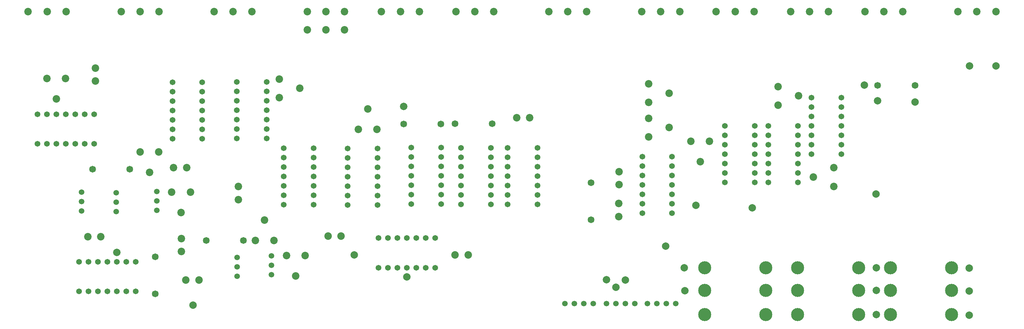
<source format=gts>
G04*
G04 #@! TF.GenerationSoftware,Altium Limited,Altium Designer,22.10.1 (41)*
G04*
G04 Layer_Color=8388736*
%FSLAX44Y44*%
%MOMM*%
G71*
G04*
G04 #@! TF.SameCoordinates,925E1407-17B4-44B6-9F2D-65EEED7EDF2A*
G04*
G04*
G04 #@! TF.FilePolarity,Negative*
G04*
G01*
G75*
%ADD15C,2.0200*%
%ADD16C,1.8200*%
%ADD17C,1.5440*%
%ADD18C,1.5200*%
%ADD19C,2.0032*%
%ADD20C,3.5200*%
D15*
X2065745Y655284D02*
D03*
Y605284D02*
D03*
X2120745Y630284D02*
D03*
X1637000Y339654D02*
D03*
Y304654D02*
D03*
X1232412Y201250D02*
D03*
X1197412D02*
D03*
X508250Y133099D02*
D03*
X473250D02*
D03*
X230411Y704751D02*
D03*
Y669751D02*
D03*
X124819Y621500D02*
D03*
X99819Y676500D02*
D03*
X149819D02*
D03*
X375415Y423599D02*
D03*
X350415Y478599D02*
D03*
X400415D02*
D03*
X1362722Y570750D02*
D03*
X1397722D02*
D03*
X461665Y210349D02*
D03*
Y245349D02*
D03*
X779915Y650349D02*
D03*
X724915Y625349D02*
D03*
Y675349D02*
D03*
X209915Y250099D02*
D03*
X244915D02*
D03*
X485415Y370599D02*
D03*
X435415D02*
D03*
X460415Y315599D02*
D03*
X440433Y436564D02*
D03*
X475433D02*
D03*
X614319Y350349D02*
D03*
Y385349D02*
D03*
X659819Y240349D02*
D03*
X709819D02*
D03*
X684819Y295349D02*
D03*
X793819Y199349D02*
D03*
X743819D02*
D03*
X768819Y144349D02*
D03*
X890665Y252099D02*
D03*
X855665D02*
D03*
X937319Y540099D02*
D03*
X987319D02*
D03*
X962319Y595099D02*
D03*
X2160745Y411034D02*
D03*
X2215745Y436034D02*
D03*
Y386034D02*
D03*
X1856244Y452546D02*
D03*
X1831244Y507546D02*
D03*
X1881244D02*
D03*
X1772500Y637404D02*
D03*
X1717500Y612404D02*
D03*
Y662404D02*
D03*
X1772750Y544404D02*
D03*
X1717750Y519404D02*
D03*
Y569404D02*
D03*
X1637750Y425404D02*
D03*
Y390404D02*
D03*
X850250Y857500D02*
D03*
X800250D02*
D03*
X900250D02*
D03*
Y808000D02*
D03*
X800250D02*
D03*
X850250D02*
D03*
X2549250Y857500D02*
D03*
X2600250D02*
D03*
X2651250D02*
D03*
X2299250D02*
D03*
X2350250D02*
D03*
X2401250D02*
D03*
X2099250D02*
D03*
X2150250D02*
D03*
X2201250D02*
D03*
X1899250D02*
D03*
X1950250D02*
D03*
X2001250D02*
D03*
X1699250D02*
D03*
X1750250D02*
D03*
X1801250D02*
D03*
X1449250D02*
D03*
X1500250D02*
D03*
X1551250D02*
D03*
X1199250D02*
D03*
X1250250D02*
D03*
X1301250D02*
D03*
X999250D02*
D03*
X1050250D02*
D03*
X1101250D02*
D03*
X549250D02*
D03*
X600250D02*
D03*
X651250D02*
D03*
X299250D02*
D03*
X350250D02*
D03*
X401250D02*
D03*
X49250D02*
D03*
X100250D02*
D03*
X151250D02*
D03*
D16*
X1562750Y295904D02*
D03*
Y395904D02*
D03*
X527819Y240349D02*
D03*
X627819D02*
D03*
X1159206Y553750D02*
D03*
X1059206D02*
D03*
X1197206Y554750D02*
D03*
X1297206D02*
D03*
X322415Y432599D02*
D03*
X222415D02*
D03*
X2433580Y658199D02*
D03*
X2333580D02*
D03*
X391000Y195750D02*
D03*
Y95750D02*
D03*
D17*
X338250Y182580D02*
D03*
X312850D02*
D03*
X287450D02*
D03*
X262050D02*
D03*
X236650D02*
D03*
X211250D02*
D03*
X185850D02*
D03*
X338250Y102580D02*
D03*
X312850D02*
D03*
X287450D02*
D03*
X262050D02*
D03*
X236650D02*
D03*
X211250D02*
D03*
X185850D02*
D03*
X610415Y667527D02*
D03*
Y642127D02*
D03*
Y616727D02*
D03*
Y591327D02*
D03*
Y565927D02*
D03*
Y540527D02*
D03*
Y515127D02*
D03*
X690415Y667527D02*
D03*
Y642127D02*
D03*
Y616727D02*
D03*
Y591327D02*
D03*
Y565927D02*
D03*
Y540527D02*
D03*
Y515127D02*
D03*
X1418456Y337800D02*
D03*
Y363200D02*
D03*
Y388600D02*
D03*
Y414000D02*
D03*
Y439400D02*
D03*
Y464800D02*
D03*
Y490200D02*
D03*
X1338456Y337800D02*
D03*
Y363200D02*
D03*
Y388600D02*
D03*
Y414000D02*
D03*
Y439400D02*
D03*
Y464800D02*
D03*
Y490200D02*
D03*
X1159456Y338300D02*
D03*
Y363700D02*
D03*
Y389100D02*
D03*
Y414500D02*
D03*
Y439900D02*
D03*
Y465300D02*
D03*
Y490700D02*
D03*
X1079456Y338300D02*
D03*
Y363700D02*
D03*
Y389100D02*
D03*
Y414500D02*
D03*
Y439900D02*
D03*
Y465300D02*
D03*
Y490700D02*
D03*
X1293403Y337531D02*
D03*
Y362931D02*
D03*
Y388331D02*
D03*
Y413731D02*
D03*
Y439131D02*
D03*
Y464531D02*
D03*
Y489931D02*
D03*
X1213403Y337531D02*
D03*
Y362931D02*
D03*
Y388331D02*
D03*
Y413731D02*
D03*
Y439131D02*
D03*
Y464531D02*
D03*
Y489931D02*
D03*
X990962Y166750D02*
D03*
X1016362D02*
D03*
X1041762D02*
D03*
X1067162D02*
D03*
X1092562D02*
D03*
X1117962D02*
D03*
X1143362D02*
D03*
X990962Y246750D02*
D03*
X1016362D02*
D03*
X1041762D02*
D03*
X1067162D02*
D03*
X1092562D02*
D03*
X1117962D02*
D03*
X1143362D02*
D03*
X437174Y666357D02*
D03*
Y640957D02*
D03*
Y615557D02*
D03*
Y590157D02*
D03*
Y564757D02*
D03*
Y539357D02*
D03*
Y513957D02*
D03*
X517174Y666357D02*
D03*
Y640957D02*
D03*
Y615557D02*
D03*
Y590157D02*
D03*
Y564757D02*
D03*
Y539357D02*
D03*
Y513957D02*
D03*
X736819Y489249D02*
D03*
Y463849D02*
D03*
Y438449D02*
D03*
Y413049D02*
D03*
Y387649D02*
D03*
Y362249D02*
D03*
Y336849D02*
D03*
X816819Y489249D02*
D03*
Y463849D02*
D03*
Y438449D02*
D03*
Y413049D02*
D03*
Y387649D02*
D03*
Y362249D02*
D03*
Y336849D02*
D03*
X988319Y335899D02*
D03*
Y361299D02*
D03*
Y386699D02*
D03*
Y412099D02*
D03*
Y437499D02*
D03*
Y462899D02*
D03*
Y488299D02*
D03*
X908319Y335899D02*
D03*
Y361299D02*
D03*
Y386699D02*
D03*
Y412099D02*
D03*
Y437499D02*
D03*
Y462899D02*
D03*
Y488299D02*
D03*
X2155745Y625234D02*
D03*
Y599834D02*
D03*
Y574434D02*
D03*
Y549034D02*
D03*
Y523634D02*
D03*
Y498234D02*
D03*
Y472834D02*
D03*
X2235745Y625234D02*
D03*
Y599834D02*
D03*
Y574434D02*
D03*
Y549034D02*
D03*
Y523634D02*
D03*
Y498234D02*
D03*
Y472834D02*
D03*
X2039314Y548703D02*
D03*
Y523303D02*
D03*
Y497903D02*
D03*
Y472503D02*
D03*
Y447103D02*
D03*
Y421703D02*
D03*
Y396303D02*
D03*
X2119314Y548703D02*
D03*
Y523303D02*
D03*
Y497903D02*
D03*
Y472503D02*
D03*
Y447103D02*
D03*
Y421703D02*
D03*
Y396303D02*
D03*
X1922995Y548734D02*
D03*
Y523334D02*
D03*
Y497934D02*
D03*
Y472534D02*
D03*
Y447134D02*
D03*
Y421734D02*
D03*
Y396334D02*
D03*
X2002995Y548734D02*
D03*
Y523334D02*
D03*
Y497934D02*
D03*
Y472534D02*
D03*
Y447134D02*
D03*
Y421734D02*
D03*
Y396334D02*
D03*
X1700439Y466323D02*
D03*
Y440923D02*
D03*
Y415523D02*
D03*
Y390123D02*
D03*
Y364723D02*
D03*
Y339323D02*
D03*
Y313923D02*
D03*
X1780439Y466323D02*
D03*
Y440923D02*
D03*
Y415523D02*
D03*
Y390123D02*
D03*
Y364723D02*
D03*
Y339323D02*
D03*
Y313923D02*
D03*
X74019Y500781D02*
D03*
X99419D02*
D03*
X124819D02*
D03*
X150219D02*
D03*
X175619D02*
D03*
X201019D02*
D03*
X226419D02*
D03*
X74019Y580781D02*
D03*
X99419D02*
D03*
X124819D02*
D03*
X150219D02*
D03*
X175619D02*
D03*
X201019D02*
D03*
X226419D02*
D03*
D18*
X394915Y371999D02*
D03*
Y346599D02*
D03*
Y321199D02*
D03*
X1714021Y70000D02*
D03*
X1739421D02*
D03*
X1764821D02*
D03*
X1790221D02*
D03*
X1492221D02*
D03*
X1517621D02*
D03*
X1543021D02*
D03*
X1568421D02*
D03*
X193165Y319449D02*
D03*
Y344849D02*
D03*
Y370249D02*
D03*
X286165Y318299D02*
D03*
Y343699D02*
D03*
Y369099D02*
D03*
X611319Y194149D02*
D03*
Y168749D02*
D03*
Y143349D02*
D03*
X703069Y198749D02*
D03*
Y173349D02*
D03*
Y147949D02*
D03*
X1604121Y70000D02*
D03*
X1629521D02*
D03*
X1654921D02*
D03*
X1680321D02*
D03*
D19*
X1844743Y334493D02*
D03*
X492750Y65500D02*
D03*
X2580500Y710750D02*
D03*
X2579500Y165250D02*
D03*
Y103750D02*
D03*
Y38500D02*
D03*
X2330000Y40000D02*
D03*
X2329750Y105000D02*
D03*
X2330250Y166250D02*
D03*
X925750Y201000D02*
D03*
X1629929Y114250D02*
D03*
X1604250Y134250D02*
D03*
X1067662Y141500D02*
D03*
X1763786Y224930D02*
D03*
X1655250Y133250D02*
D03*
X1813500Y166250D02*
D03*
X1815250Y104500D02*
D03*
X2297330Y658949D02*
D03*
X2434080Y613199D02*
D03*
X2333330Y616699D02*
D03*
X2651727Y710500D02*
D03*
X287500Y208250D02*
D03*
X1996000Y328500D02*
D03*
X1059206Y601750D02*
D03*
X2329000Y365750D02*
D03*
D20*
X2532250Y40000D02*
D03*
X2368250Y166000D02*
D03*
Y105000D02*
D03*
Y40000D02*
D03*
X2532250Y166000D02*
D03*
Y105000D02*
D03*
X2282250D02*
D03*
Y166000D02*
D03*
X2118250Y40000D02*
D03*
Y105000D02*
D03*
Y166000D02*
D03*
X2282250Y40000D02*
D03*
X2032250Y105000D02*
D03*
Y166000D02*
D03*
X1868250Y40000D02*
D03*
Y105000D02*
D03*
Y166000D02*
D03*
X2032250Y40000D02*
D03*
M02*

</source>
